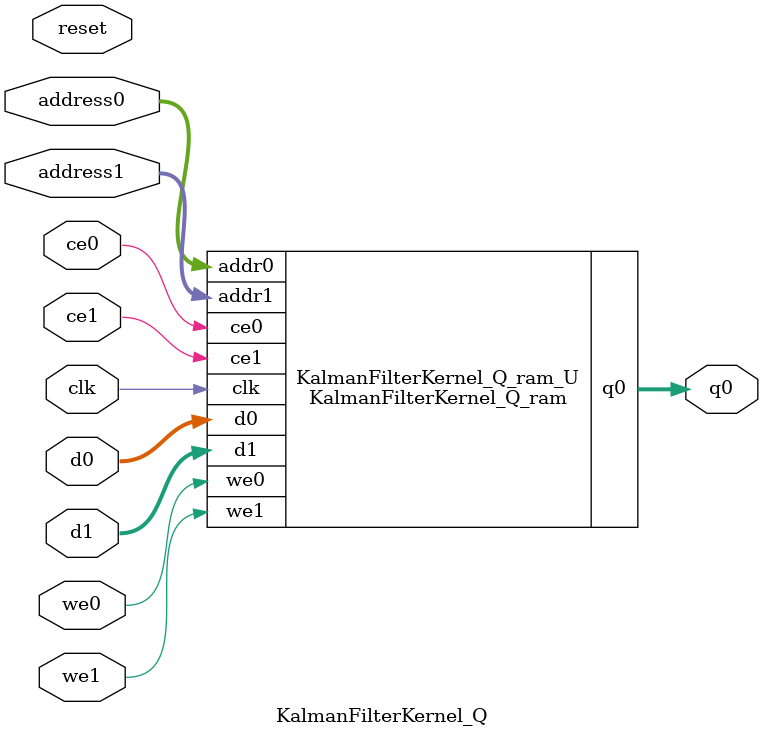
<source format=v>
`timescale 1 ns / 1 ps
module KalmanFilterKernel_Q_ram (addr0, ce0, d0, we0, q0, addr1, ce1, d1, we1,  clk);

parameter DWIDTH = 32;
parameter AWIDTH = 6;
parameter MEM_SIZE = 36;

input[AWIDTH-1:0] addr0;
input ce0;
input[DWIDTH-1:0] d0;
input we0;
output reg[DWIDTH-1:0] q0;
input[AWIDTH-1:0] addr1;
input ce1;
input[DWIDTH-1:0] d1;
input we1;
input clk;

reg [DWIDTH-1:0] ram[0:MEM_SIZE-1];




always @(posedge clk)  
begin 
    if (ce0) begin
        if (we0) 
            ram[addr0] <= d0; 
        q0 <= ram[addr0];
    end
end


always @(posedge clk)  
begin 
    if (ce1) begin
        if (we1) 
            ram[addr1] <= d1; 
    end
end


endmodule

`timescale 1 ns / 1 ps
module KalmanFilterKernel_Q(
    reset,
    clk,
    address0,
    ce0,
    we0,
    d0,
    q0,
    address1,
    ce1,
    we1,
    d1);

parameter DataWidth = 32'd32;
parameter AddressRange = 32'd36;
parameter AddressWidth = 32'd6;
input reset;
input clk;
input[AddressWidth - 1:0] address0;
input ce0;
input we0;
input[DataWidth - 1:0] d0;
output[DataWidth - 1:0] q0;
input[AddressWidth - 1:0] address1;
input ce1;
input we1;
input[DataWidth - 1:0] d1;



KalmanFilterKernel_Q_ram KalmanFilterKernel_Q_ram_U(
    .clk( clk ),
    .addr0( address0 ),
    .ce0( ce0 ),
    .we0( we0 ),
    .d0( d0 ),
    .q0( q0 ),
    .addr1( address1 ),
    .ce1( ce1 ),
    .we1( we1 ),
    .d1( d1 ));

endmodule


</source>
